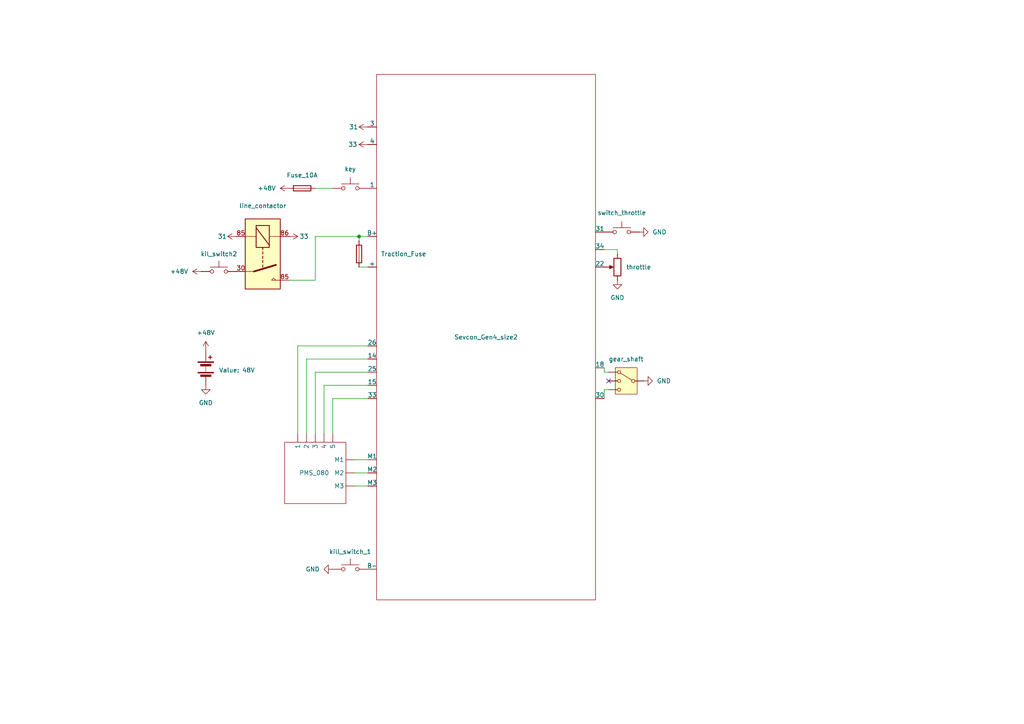
<source format=kicad_sch>
(kicad_sch (version 20250114) (generator "eeschema") (generator_version "9.0")
  (paper "A4")
  (title_block (title "Cocomobyle schematics") (date "2026-02-17") (company "Stéphane Hessel"))
  (lib_symbols
    (symbol "custom:Battery" (pin_numbers (hide yes)) (pin_names (offset 0) (hide yes))
      (property "Reference" "battery" (at 2.54 2.54 0))
      (symbol "Battery_0_1"
        (rectangle (start -2.286 1.778) (end 2.286 1.524) (fill (type outline)))
        (rectangle (start -2.286 -1.27) (end 2.286 -1.524) (fill (type outline)))
        (rectangle (start -1.524 1.016) (end 1.524 0.508) (fill (type outline)))
        (rectangle (start -1.524 -2.032) (end 1.524 -2.54) (fill (type outline)))
        (polyline (pts (xy 0 1.778) (xy 0 2.54)))
        (polyline (pts (xy 0 0) (xy 0 0.254)))
        (polyline (pts (xy 0 -0.508) (xy 0 -0.254)))
        (polyline (pts (xy 0 -1.016) (xy 0 -0.762)))
        (polyline (pts (xy 0.762 3.048) (xy 1.778 3.048)) (stroke (width 0.254)))
        (polyline (pts (xy 1.27 3.556) (xy 1.27 2.54)) (stroke (width 0.254)))
      )
      (symbol "Battery_1_1"
        (pin power_out line (at 0 5.08 270) (length 2.54) (name "+") (number "1"))
        (pin power_in line (at 0 -5.08 90) (length 2.54) (name "-") (number "2"))
      )
    )
    (symbol "custom:Fuse" (pin_numbers (hide yes)) (pin_names (offset 0))
      (property "Reference" "Fuse" (at 0 -2.032 0))
      (symbol "Fuse_0_1"
        (rectangle (start -2.54 0.762) (end 2.54 -0.762) (stroke (width 0.254)))
        (polyline (pts (xy 2.54 0) (xy -2.54 0)))
      )
      (symbol "Fuse_1_1"
        (pin passive line (at -3.81 0 0) (length 1.27) (name "~") (number "2"))
        (pin passive line (at 3.81 0 180) (length 1.27) (name "~") (number "1"))
      )
    )
    (symbol "custom:Line Contactor"
      (property "Reference" "line_contactor" (at 20.32 0.254 0))
      (symbol "Line Contactor_0_0"
        (polyline (pts (xy 5.08 -7.62) (xy 2.54 -7.62) (xy 3.175 -6.985) (xy 3.81 -7.62)))
      )
      (symbol "Line Contactor_0_1"
        (polyline (pts (xy -5.08 5.08) (xy -1.905 5.08)))
        (polyline (pts (xy -2.54 -5.08) (xy -5.08 -5.08)))
        (polyline (pts (xy -2.54 -5.08) (xy 3.81 -3.175)) (stroke (width 0.508)))
        (polyline (pts (xy -1.905 7.62) (xy 1.905 2.54)) (stroke (width 0.254)))
        (polyline (pts (xy 0 1.905) (xy 0 1.27)) (stroke (width 0.254)))
        (polyline (pts (xy 0 0.635) (xy 0 0)) (stroke (width 0.254)))
        (polyline (pts (xy 0 -0.635) (xy 0 -1.27)) (stroke (width 0.254)))
        (polyline (pts (xy 0 -1.905) (xy 0 -2.54)) (stroke (width 0.254)))
        (polyline (pts (xy 0 -3.175) (xy 0 -3.81)) (stroke (width 0.254)))
        (rectangle (start 1.905 8.255) (end -1.905 1.905) (stroke (width 0.254)))
        (rectangle (start 5.08 10.16) (end -5.08 -10.16) (stroke (width 0.254)) (fill (type background)))
        (polyline (pts (xy 5.08 5.08) (xy 1.905 5.08)))
      )
      (symbol "Line Contactor_1_1"
        (pin input line (at -7.62 5.08 0) (length 2.54) (name "~") (number "85"))
        (pin power_in line (at -7.62 -5.08 0) (length 2.54) (name "~") (number "30"))
        (pin output line (at 7.62 5.08 180) (length 2.54) (name "~") (number "86"))
        (pin power_out line (at 7.62 -7.62 180) (length 2.54) (name "~") (number "85"))
      )
    )
    (symbol "custom:PMS_080"
      (property "Reference" "PMS_080" (at -0.762 -0.508 0))
      (symbol "PMS_080_0_1"
        (rectangle (start -8.89 8.89) (end 8.89 -8.89))
      )
      (symbol "PMS_080_1_1"
        (pin unspecified line (at -5.08 11.43 270) (length 2.54) (name "1") (number ""))
        (pin unspecified line (at -2.54 11.43 270) (length 2.54) (name "2") (number ""))
        (pin unspecified line (at 0 11.43 270) (length 2.54) (name "3") (number ""))
        (pin unspecified line (at 2.54 11.43 270) (length 2.54) (name "4") (number ""))
        (pin unspecified line (at 5.08 11.43 270) (length 2.54) (name "5") (number ""))
        (pin power_in line (at 11.43 3.81 180) (length 2.54) (name "M1") (number ""))
        (pin power_in line (at 11.43 0 180) (length 2.54) (name "M2") (number ""))
        (pin power_in line (at 11.43 -3.81 180) (length 2.54) (name "M3") (number ""))
      )
    )
    (symbol "custom:Potentiometer" (pin_numbers (hide yes)) (pin_names (offset 1.016) (hide yes))
      (property "Reference" "potentiometer" (at 8.128 4.572 0))
      (symbol "Potentiometer_0_1"
        (rectangle (start 1.016 2.54) (end -1.016 -2.54) (stroke (width 0.254)))
        (polyline (pts (xy 1.143 0) (xy 2.286 0.508) (xy 2.286 -0.508) (xy 1.143 0)) (fill (type outline)))
        (polyline (pts (xy 2.54 0) (xy 1.524 0)))
      )
      (symbol "Potentiometer_1_1"
        (pin passive line (at 0 3.81 270) (length 1.27) (name "1") (number "1"))
        (pin passive line (at 0 -3.81 90) (length 1.27) (name "3") (number "3"))
        (pin passive line (at 3.81 0 180) (length 1.27) (name "2") (number "2"))
      )
    )
    (symbol "custom:Sevcon_Gen4_size2" (pin_numbers (hide yes)) (pin_names (offset 0))
      (property "Reference" "Sevcon_Gen4_size2" (at -6.35 74.93 0))
      (property "Value" "~" (at -6.35 72.39 0))
      (symbol "Sevcon_Gen4_size2_0_1"
        (rectangle (start -31.75 76.2) (end 31.75 -76.2))
      )
      (symbol "Sevcon_Gen4_size2_1_1"
        (pin power_in line (at -34.29 60.96 0) (length 2.54) (name "3") (number ""))
        (pin power_out line (at -34.29 55.88 0) (length 2.54) (name "4") (number ""))
        (pin power_in line (at -34.29 43.18 0) (length 2.54) (name "1") (number ""))
        (pin power_in line (at -34.29 29.21 0) (length 2.54) (name "B+") (number ""))
        (pin power_in line (at -34.29 20.32 0) (length 2.54) (name "+") (number ""))
        (pin power_out line (at -34.29 -2.54 0) (length 2.54) (name "26") (number ""))
        (pin power_out line (at -34.29 -6.35 0) (length 2.54) (name "14") (number ""))
        (pin power_out line (at -34.29 -10.16 0) (length 2.54) (name "25") (number ""))
        (pin passive line (at -34.29 -13.97 0) (length 2.54) (name "15") (number ""))
        (pin output line (at -34.29 -17.78 0) (length 2.54) (name "33") (number ""))
        (pin power_out line (at -34.29 -35.56 0) (length 2.54) (name "M1") (number ""))
        (pin power_out line (at -34.29 -39.37 0) (length 2.54) (name "M2") (number ""))
        (pin power_out line (at -34.29 -43.18 0) (length 2.54) (name "M3") (number ""))
        (pin power_out line (at -34.29 -67.31 0) (length 2.54) (name "B-") (number ""))
        (pin input line (at 34.29 30.48 180) (length 2.54) (name "31") (number ""))
        (pin output line (at 34.29 25.4 180) (length 2.54) (name "34") (number ""))
        (pin input line (at 34.29 20.32 180) (length 2.54) (name "22") (number ""))
        (pin input line (at 34.29 -8.89 180) (length 2.54) (name "18") (number ""))
        (pin input line (at 34.29 -17.78 180) (length 2.54) (name "30") (number ""))
      )
    )
    (symbol "custom:Switch 3 pos" (pin_numbers (hide yes)) (pin_names (offset 0) (hide yes))
      (property "Reference" "switch_3_pos" (at 0 5.842 0))
      (symbol "Switch 3 pos_0_1"
        (circle (center -2.032 0) (radius 0.4572))
        (polyline (pts (xy -1.651 0.254) (xy 1.651 2.286)))
        (circle (center 2.032 2.54) (radius 0.4572))
        (circle (center 2.032 0) (radius 0.4572))
        (circle (center 2.032 -2.54) (radius 0.4572))
      )
      (symbol "Switch 3 pos_1_1"
        (rectangle (start -3.175 3.81) (end 3.175 -3.81) (fill (type background)))
        (pin passive line (at -5.08 0 0) (length 2.54) (name "3") (number "3"))
        (pin passive line (at 5.08 2.54 180) (length 2.54) (name "1") (number "1"))
        (pin passive line (at 5.08 0 180) (length 2.54) (name "2") (number "2"))
        (pin passive line (at 5.08 -2.54 180) (length 2.54) (name "4") (number "4"))
      )
    )
    (symbol "custom:Switch Push" (pin_numbers (hide yes)) (pin_names (offset 1.016) (hide yes))
      (property "Reference" "switch_push" (at 1.016 2.54 0))
      (symbol "Switch Push_0_1"
        (circle (center -2.032 0) (radius 0.508))
        (polyline (pts (xy 0 1.27) (xy 0 3.048)))
        (circle (center 2.032 0) (radius 0.508))
        (polyline (pts (xy 2.54 1.27) (xy -2.54 1.27)))
        (pin passive line (at -5.08 0 0) (length 2.54) (name "1") (number "1"))
        (pin passive line (at 5.08 0 180) (length 2.54) (name "2") (number "2"))
      )
    )
    (symbol "power:+1V0" (power) (pin_numbers (hide yes)) (pin_names (offset 0) (hide yes))
      (property "Value" "+1V0" (at 0 3.556 0))
      (symbol "+1V0_0_1"
        (polyline (pts (xy -0.762 1.27) (xy 0 2.54)))
        (polyline (pts (xy 0 2.54) (xy 0.762 1.27)))
        (polyline (pts (xy 0 0) (xy 0 2.54)))
      )
      (symbol "+1V0_1_1"
        (pin power_in line (at 0 0 90) (length 0) (name "~") (number "1"))
      )
    )
    (symbol "power:+1V1" (power) (pin_numbers (hide yes)) (pin_names (offset 0) (hide yes))
      (property "Value" "+1V1" (at 0 3.556 0))
      (symbol "+1V1_0_1"
        (polyline (pts (xy -0.762 1.27) (xy 0 2.54)))
        (polyline (pts (xy 0 2.54) (xy 0.762 1.27)))
        (polyline (pts (xy 0 0) (xy 0 2.54)))
      )
      (symbol "+1V1_1_1"
        (pin power_in line (at 0 0 90) (length 0) (name "~") (number "1"))
      )
    )
    (symbol "power:+48V" (power) (pin_numbers (hide yes)) (pin_names (offset 0) (hide yes))
      (property "Value" "+48V" (at 0 3.556 0))
      (symbol "+48V_0_1"
        (polyline (pts (xy -0.762 1.27) (xy 0 2.54)))
        (polyline (pts (xy 0 2.54) (xy 0.762 1.27)))
        (polyline (pts (xy 0 0) (xy 0 2.54)))
      )
      (symbol "+48V_1_1"
        (pin power_in line (at 0 0 90) (length 0) (name "~") (number "1"))
      )
    )
    (symbol "power:GND" (power) (pin_numbers (hide yes)) (pin_names (offset 0) (hide yes))
      (property "Value" "GND" (at 0 -3.81 0))
      (symbol "GND_0_1"
        (polyline (pts (xy 0 0) (xy 0 -1.27) (xy 1.27 -1.27) (xy 0 -2.54) (xy -1.27 -1.27) (xy 0 -1.27)))
      )
      (symbol "GND_1_1"
        (pin power_in line (at 0 0 270) (length 0) (name "~") (number "1"))
      )
    )
  )
  (junction (at 104.14 68.58))
  (no_connect (at 176.53 110.49))
  (wire (pts (xy 91.44 68.58) (xy 104.14 68.58)))
  (wire (pts (xy 83.82 81.28) (xy 91.44 81.28)))
  (wire (pts (xy 96.52 115.57) (xy 106.68 115.57)))
  (wire (pts (xy 91.44 81.28) (xy 91.44 68.58)))
  (wire (pts (xy 102.87 137.16) (xy 106.68 137.16)))
  (wire (pts (xy 179.07 72.39) (xy 179.07 73.66)))
  (wire (pts (xy 175.26 72.39) (xy 179.07 72.39)))
  (wire (pts (xy 175.26 115.57) (xy 175.26 113.03)))
  (wire (pts (xy 175.26 107.95) (xy 176.53 107.95)))
  (wire (pts (xy 88.9 125.73) (xy 88.9 104.14)))
  (wire (pts (xy 175.26 113.03) (xy 176.53 113.03)))
  (wire (pts (xy 91.44 125.73) (xy 91.44 107.95)))
  (wire (pts (xy 96.52 125.73) (xy 96.52 115.57)))
  (wire (pts (xy 175.26 106.68) (xy 175.26 107.95)))
  (wire (pts (xy 93.98 111.76) (xy 106.68 111.76)))
  (wire (pts (xy 86.36 125.73) (xy 86.36 100.33)))
  (wire (pts (xy 91.44 107.95) (xy 106.68 107.95)))
  (wire (pts (xy 86.36 100.33) (xy 106.68 100.33)))
  (wire (pts (xy 93.98 125.73) (xy 93.98 111.76)))
  (wire (pts (xy 88.9 104.14) (xy 106.68 104.14)))
  (wire (pts (xy 104.14 77.47) (xy 106.68 77.47)))
  (wire (pts (xy 102.87 133.35) (xy 106.68 133.35)))
  (wire (pts (xy 104.14 68.58) (xy 106.68 68.58)))
  (wire (pts (xy 91.44 54.61) (xy 96.52 54.61)))
  (wire (pts (xy 102.87 140.97) (xy 106.68 140.97)))
  (wire (pts (xy 104.14 69.85) (xy 104.14 68.58)))
  (symbol (lib_id "custom:Fuse") (at 104.14 73.66 90) (unit 1)
    (property "Reference" "Traction_Fuse" (at 110.49 73.66 90) (effects (justify right)))
  )
  (symbol (lib_id "power:+1V0") (at 68.58 68.58 90) (unit 1)
    (property "Reference" "#PWR09" (effects (hide yes)))
    (property "Value" "31" (at 65.786 68.58 90) (effects (justify left)))
    (property "Description" "Power symbol creates a global label with name \"+1V0\"" (effects (hide yes)))
  )
  (symbol (lib_id "custom:Fuse") (at 87.63 54.61 0) (unit 1)
    (property "Reference" "Fuse_10A" (at 87.63 50.8 0))
  )
  (symbol (lib_id "power:GND") (at 59.69 111.76 0) (unit 1)
    (property "Reference" "#PWR02" (effects (hide yes)))
    (property "Value" "GND" (at 59.69 116.84 0))
    (property "Description" "Power symbol creates a global label with name \"GND\" , ground" (effects (hide yes)))
  )
  (symbol (lib_id "custom:PMS_080") (at 91.44 137.16 0) (unit 1)
    (property "Reference" "PMS_080" (at 95.504 137.16 0) (effects (justify right)))
  )
  (symbol (lib_id "custom:Potentiometer") (at 179.07 77.47 0) (mirror y) (unit 1)
    (property "Reference" "throttle" (at 181.61 77.4699 0) (effects (justify right)))
  )
  (symbol (lib_id "power:GND") (at 96.52 165.1 270) (unit 1)
    (property "Reference" "#PWR03" (effects (hide yes)))
    (property "Value" "GND" (at 92.71 165.0999 90) (effects (justify right)))
    (property "Description" "Power symbol creates a global label with name \"GND\" , ground" (effects (hide yes)))
  )
  (symbol (lib_id "power:+48V") (at 83.82 54.61 90) (unit 1)
    (property "Reference" "#PWR08" (effects (hide yes)))
    (property "Value" "+48V" (at 80.01 54.6099 90) (effects (justify left)))
    (property "Description" "Power symbol creates a global label with name \"+48V\"" (effects (hide yes)))
  )
  (symbol (lib_id "custom:Battery") (at 59.69 106.68 0) (unit 1)
    (property "Reference" "battery1" (effects (hide yes)))
    (property "Value" "48V" (at 63.5 107.3784 0) (show_name yes) (effects (justify left)))
  )
  (symbol (lib_id "power:+1V0") (at 106.68 36.83 90) (unit 1)
    (property "Reference" "#PWR011" (effects (hide yes)))
    (property "Value" "31" (at 103.886 36.83 90) (effects (justify left)))
    (property "Description" "Power symbol creates a global label with name \"+1V0\"" (effects (hide yes)))
  )
  (symbol (lib_id "power:+48V") (at 59.69 101.6 0) (unit 1)
    (property "Reference" "#PWR01" (effects (hide yes)))
    (property "Value" "+48V" (at 59.69 96.52 0))
    (property "Description" "Power symbol creates a global label with name \"+48V\"" (effects (hide yes)))
  )
  (symbol (lib_id "custom:Switch Push") (at 101.6 54.61 0) (unit 1)
    (property "Reference" "key" (at 101.6 49.022 0))
  )
  (symbol (lib_id "power:GND") (at 186.69 110.49 90) (mirror x) (unit 1)
    (property "Reference" "#PWR06" (effects (hide yes)))
    (property "Value" "GND" (at 190.5 110.4899 90) (effects (justify right)))
    (property "Description" "Power symbol creates a global label with name \"GND\" , ground" (effects (hide yes)))
  )
  (symbol (lib_id "custom:Line Contactor") (at 76.2 73.66 0) (unit 1)
    (property "Reference" "line_contactor" (at 76.2 59.69 0))
  )
  (symbol (lib_id "power:+48V") (at 58.42 78.74 90) (unit 1)
    (property "Reference" "#PWR04" (effects (hide yes)))
    (property "Value" "+48V" (at 54.61 78.7399 90) (effects (justify left)))
    (property "Description" "Power symbol creates a global label with name \"+48V\"" (effects (hide yes)))
  )
  (symbol (lib_id "power:GND") (at 179.07 81.28 0) (unit 1)
    (property "Reference" "#PWR05" (effects (hide yes)))
    (property "Value" "GND" (at 179.07 86.36 0))
    (property "Description" "Power symbol creates a global label with name \"GND\" , ground" (effects (hide yes)))
  )
  (symbol (lib_id "power:+1V1") (at 106.68 41.91 90) (mirror x) (unit 1)
    (property "Reference" "#PWR012" (effects (hide yes)))
    (property "Value" "33" (at 103.632 41.91 90) (effects (justify left)))
    (property "Description" "Power symbol creates a global label with name \"+1V1\"" (effects (hide yes)))
  )
  (symbol (lib_id "custom:Switch Push") (at 63.5 78.74 0) (unit 1)
    (property "Reference" "kil_switch2" (at 63.5 73.66 0))
  )
  (symbol (lib_id "custom:Switch Push") (at 180.34 67.31 0) (unit 1)
    (property "Reference" "switch_throttle" (at 180.34 61.722 0))
  )
  (symbol (lib_id "custom:Switch Push") (at 101.6 165.1 0) (unit 1)
    (property "Reference" "kill_switch_1" (at 101.6 160.02 0))
  )
  (symbol (lib_id "custom:Switch 3 pos") (at 181.61 110.49 0) (mirror y) (unit 1)
    (property "Reference" "gear_shaft" (at 181.61 104.14 0))
  )
  (symbol (lib_id "power:+1V1") (at 83.82 68.58 270) (unit 1)
    (property "Reference" "#PWR010" (effects (hide yes)))
    (property "Value" "33" (at 86.868 68.58 90) (effects (justify left)))
    (property "Description" "Power symbol creates a global label with name \"+1V1\"" (effects (hide yes)))
  )
  (symbol (lib_id "power:GND") (at 185.42 67.31 90) (unit 1)
    (property "Reference" "#PWR07" (effects (hide yes)))
    (property "Value" "GND" (at 189.23 67.3099 90) (effects (justify right)))
    (property "Description" "Power symbol creates a global label with name \"GND\" , ground" (effects (hide yes)))
  )
  (symbol (lib_id "custom:Sevcon_Gen4_size2") (at 140.97 97.79 0) (unit 1)
    (property "Reference" "Sevcon_Gen4_size2" (at 140.97 97.79 0))
  )
)
</source>
